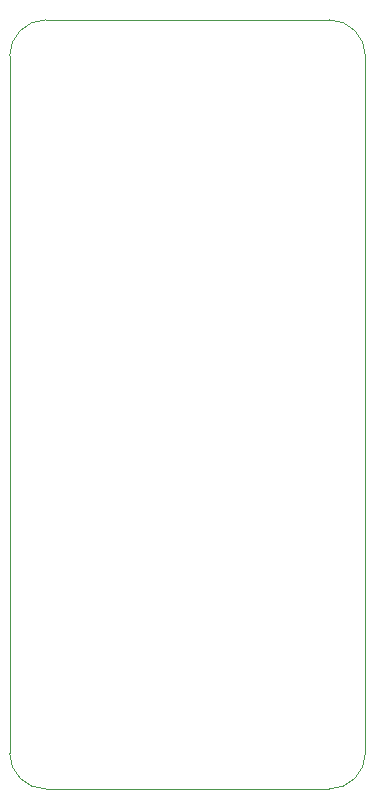
<source format=gbr>
%TF.GenerationSoftware,KiCad,Pcbnew,7.0.9*%
%TF.CreationDate,2023-12-06T19:43:01+08:00*%
%TF.ProjectId,RPI_Pico_header_attiny84_with_solar_Test_Pads_r5,5250495f-5069-4636-9f5f-686561646572,rev?*%
%TF.SameCoordinates,Original*%
%TF.FileFunction,Profile,NP*%
%FSLAX46Y46*%
G04 Gerber Fmt 4.6, Leading zero omitted, Abs format (unit mm)*
G04 Created by KiCad (PCBNEW 7.0.9) date 2023-12-06 19:43:01*
%MOMM*%
%LPD*%
G01*
G04 APERTURE LIST*
%TA.AperFunction,Profile*%
%ADD10C,0.120000*%
%TD*%
G04 APERTURE END LIST*
D10*
%TO.C,REF\u002A\u002A*%
X154780000Y-77480000D02*
X154780000Y-132790000D01*
X154780000Y-132790000D02*
X154780000Y-136480000D01*
X161280000Y-74420000D02*
X157840000Y-74420000D01*
X181840000Y-74420000D02*
X161280000Y-74420000D01*
X181840000Y-139540000D02*
X157840000Y-139540000D01*
X184900000Y-77480000D02*
X184900000Y-136480000D01*
X157840000Y-74420000D02*
G75*
G03*
X154780000Y-77480000I-1J-3059999D01*
G01*
X154780000Y-136480000D02*
G75*
G03*
X157840000Y-139540000I3059999J-1D01*
G01*
X184900000Y-77480000D02*
G75*
G03*
X181840000Y-74420000I-3060000J0D01*
G01*
X181840000Y-139540000D02*
G75*
G03*
X184900000Y-136480000I0J3060000D01*
G01*
%TD*%
M02*

</source>
